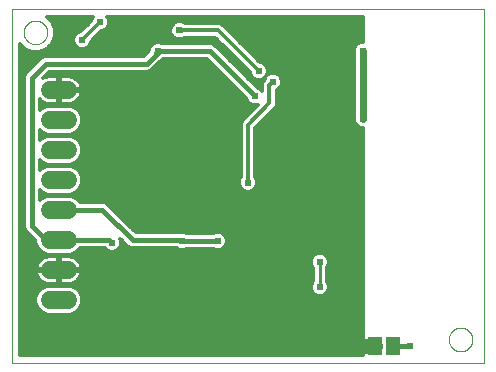
<source format=gbl>
G75*
%MOIN*%
%OFA0B0*%
%FSLAX25Y25*%
%IPPOS*%
%LPD*%
%AMOC8*
5,1,8,0,0,1.08239X$1,22.5*
%
%ADD10C,0.00000*%
%ADD11C,0.06000*%
%ADD12R,0.04600X0.06300*%
%ADD13C,0.02400*%
%ADD14C,0.01200*%
%ADD15C,0.01000*%
%ADD16C,0.05000*%
%ADD17C,0.02400*%
%ADD18C,0.01600*%
D10*
X0001600Y0001600D02*
X0001600Y0119710D01*
X0159080Y0119710D01*
X0159080Y0001600D01*
X0001600Y0001600D01*
X0005537Y0111836D02*
X0005539Y0111961D01*
X0005545Y0112086D01*
X0005555Y0112210D01*
X0005569Y0112334D01*
X0005586Y0112458D01*
X0005608Y0112581D01*
X0005634Y0112703D01*
X0005663Y0112825D01*
X0005696Y0112945D01*
X0005734Y0113064D01*
X0005774Y0113183D01*
X0005819Y0113299D01*
X0005867Y0113414D01*
X0005919Y0113528D01*
X0005975Y0113640D01*
X0006034Y0113750D01*
X0006096Y0113858D01*
X0006162Y0113965D01*
X0006231Y0114069D01*
X0006304Y0114170D01*
X0006379Y0114270D01*
X0006458Y0114367D01*
X0006540Y0114461D01*
X0006625Y0114553D01*
X0006712Y0114642D01*
X0006803Y0114728D01*
X0006896Y0114811D01*
X0006992Y0114892D01*
X0007090Y0114969D01*
X0007190Y0115043D01*
X0007293Y0115114D01*
X0007398Y0115181D01*
X0007506Y0115246D01*
X0007615Y0115306D01*
X0007726Y0115364D01*
X0007839Y0115417D01*
X0007953Y0115467D01*
X0008069Y0115514D01*
X0008186Y0115556D01*
X0008305Y0115595D01*
X0008425Y0115631D01*
X0008546Y0115662D01*
X0008668Y0115690D01*
X0008790Y0115713D01*
X0008914Y0115733D01*
X0009038Y0115749D01*
X0009162Y0115761D01*
X0009287Y0115769D01*
X0009412Y0115773D01*
X0009536Y0115773D01*
X0009661Y0115769D01*
X0009786Y0115761D01*
X0009910Y0115749D01*
X0010034Y0115733D01*
X0010158Y0115713D01*
X0010280Y0115690D01*
X0010402Y0115662D01*
X0010523Y0115631D01*
X0010643Y0115595D01*
X0010762Y0115556D01*
X0010879Y0115514D01*
X0010995Y0115467D01*
X0011109Y0115417D01*
X0011222Y0115364D01*
X0011333Y0115306D01*
X0011443Y0115246D01*
X0011550Y0115181D01*
X0011655Y0115114D01*
X0011758Y0115043D01*
X0011858Y0114969D01*
X0011956Y0114892D01*
X0012052Y0114811D01*
X0012145Y0114728D01*
X0012236Y0114642D01*
X0012323Y0114553D01*
X0012408Y0114461D01*
X0012490Y0114367D01*
X0012569Y0114270D01*
X0012644Y0114170D01*
X0012717Y0114069D01*
X0012786Y0113965D01*
X0012852Y0113858D01*
X0012914Y0113750D01*
X0012973Y0113640D01*
X0013029Y0113528D01*
X0013081Y0113414D01*
X0013129Y0113299D01*
X0013174Y0113183D01*
X0013214Y0113064D01*
X0013252Y0112945D01*
X0013285Y0112825D01*
X0013314Y0112703D01*
X0013340Y0112581D01*
X0013362Y0112458D01*
X0013379Y0112334D01*
X0013393Y0112210D01*
X0013403Y0112086D01*
X0013409Y0111961D01*
X0013411Y0111836D01*
X0013409Y0111711D01*
X0013403Y0111586D01*
X0013393Y0111462D01*
X0013379Y0111338D01*
X0013362Y0111214D01*
X0013340Y0111091D01*
X0013314Y0110969D01*
X0013285Y0110847D01*
X0013252Y0110727D01*
X0013214Y0110608D01*
X0013174Y0110489D01*
X0013129Y0110373D01*
X0013081Y0110258D01*
X0013029Y0110144D01*
X0012973Y0110032D01*
X0012914Y0109922D01*
X0012852Y0109814D01*
X0012786Y0109707D01*
X0012717Y0109603D01*
X0012644Y0109502D01*
X0012569Y0109402D01*
X0012490Y0109305D01*
X0012408Y0109211D01*
X0012323Y0109119D01*
X0012236Y0109030D01*
X0012145Y0108944D01*
X0012052Y0108861D01*
X0011956Y0108780D01*
X0011858Y0108703D01*
X0011758Y0108629D01*
X0011655Y0108558D01*
X0011550Y0108491D01*
X0011442Y0108426D01*
X0011333Y0108366D01*
X0011222Y0108308D01*
X0011109Y0108255D01*
X0010995Y0108205D01*
X0010879Y0108158D01*
X0010762Y0108116D01*
X0010643Y0108077D01*
X0010523Y0108041D01*
X0010402Y0108010D01*
X0010280Y0107982D01*
X0010158Y0107959D01*
X0010034Y0107939D01*
X0009910Y0107923D01*
X0009786Y0107911D01*
X0009661Y0107903D01*
X0009536Y0107899D01*
X0009412Y0107899D01*
X0009287Y0107903D01*
X0009162Y0107911D01*
X0009038Y0107923D01*
X0008914Y0107939D01*
X0008790Y0107959D01*
X0008668Y0107982D01*
X0008546Y0108010D01*
X0008425Y0108041D01*
X0008305Y0108077D01*
X0008186Y0108116D01*
X0008069Y0108158D01*
X0007953Y0108205D01*
X0007839Y0108255D01*
X0007726Y0108308D01*
X0007615Y0108366D01*
X0007505Y0108426D01*
X0007398Y0108491D01*
X0007293Y0108558D01*
X0007190Y0108629D01*
X0007090Y0108703D01*
X0006992Y0108780D01*
X0006896Y0108861D01*
X0006803Y0108944D01*
X0006712Y0109030D01*
X0006625Y0109119D01*
X0006540Y0109211D01*
X0006458Y0109305D01*
X0006379Y0109402D01*
X0006304Y0109502D01*
X0006231Y0109603D01*
X0006162Y0109707D01*
X0006096Y0109814D01*
X0006034Y0109922D01*
X0005975Y0110032D01*
X0005919Y0110144D01*
X0005867Y0110258D01*
X0005819Y0110373D01*
X0005774Y0110489D01*
X0005734Y0110608D01*
X0005696Y0110727D01*
X0005663Y0110847D01*
X0005634Y0110969D01*
X0005608Y0111091D01*
X0005586Y0111214D01*
X0005569Y0111338D01*
X0005555Y0111462D01*
X0005545Y0111586D01*
X0005539Y0111711D01*
X0005537Y0111836D01*
X0147269Y0009474D02*
X0147271Y0009599D01*
X0147277Y0009724D01*
X0147287Y0009848D01*
X0147301Y0009972D01*
X0147318Y0010096D01*
X0147340Y0010219D01*
X0147366Y0010341D01*
X0147395Y0010463D01*
X0147428Y0010583D01*
X0147466Y0010702D01*
X0147506Y0010821D01*
X0147551Y0010937D01*
X0147599Y0011052D01*
X0147651Y0011166D01*
X0147707Y0011278D01*
X0147766Y0011388D01*
X0147828Y0011496D01*
X0147894Y0011603D01*
X0147963Y0011707D01*
X0148036Y0011808D01*
X0148111Y0011908D01*
X0148190Y0012005D01*
X0148272Y0012099D01*
X0148357Y0012191D01*
X0148444Y0012280D01*
X0148535Y0012366D01*
X0148628Y0012449D01*
X0148724Y0012530D01*
X0148822Y0012607D01*
X0148922Y0012681D01*
X0149025Y0012752D01*
X0149130Y0012819D01*
X0149238Y0012884D01*
X0149347Y0012944D01*
X0149458Y0013002D01*
X0149571Y0013055D01*
X0149685Y0013105D01*
X0149801Y0013152D01*
X0149918Y0013194D01*
X0150037Y0013233D01*
X0150157Y0013269D01*
X0150278Y0013300D01*
X0150400Y0013328D01*
X0150522Y0013351D01*
X0150646Y0013371D01*
X0150770Y0013387D01*
X0150894Y0013399D01*
X0151019Y0013407D01*
X0151144Y0013411D01*
X0151268Y0013411D01*
X0151393Y0013407D01*
X0151518Y0013399D01*
X0151642Y0013387D01*
X0151766Y0013371D01*
X0151890Y0013351D01*
X0152012Y0013328D01*
X0152134Y0013300D01*
X0152255Y0013269D01*
X0152375Y0013233D01*
X0152494Y0013194D01*
X0152611Y0013152D01*
X0152727Y0013105D01*
X0152841Y0013055D01*
X0152954Y0013002D01*
X0153065Y0012944D01*
X0153175Y0012884D01*
X0153282Y0012819D01*
X0153387Y0012752D01*
X0153490Y0012681D01*
X0153590Y0012607D01*
X0153688Y0012530D01*
X0153784Y0012449D01*
X0153877Y0012366D01*
X0153968Y0012280D01*
X0154055Y0012191D01*
X0154140Y0012099D01*
X0154222Y0012005D01*
X0154301Y0011908D01*
X0154376Y0011808D01*
X0154449Y0011707D01*
X0154518Y0011603D01*
X0154584Y0011496D01*
X0154646Y0011388D01*
X0154705Y0011278D01*
X0154761Y0011166D01*
X0154813Y0011052D01*
X0154861Y0010937D01*
X0154906Y0010821D01*
X0154946Y0010702D01*
X0154984Y0010583D01*
X0155017Y0010463D01*
X0155046Y0010341D01*
X0155072Y0010219D01*
X0155094Y0010096D01*
X0155111Y0009972D01*
X0155125Y0009848D01*
X0155135Y0009724D01*
X0155141Y0009599D01*
X0155143Y0009474D01*
X0155141Y0009349D01*
X0155135Y0009224D01*
X0155125Y0009100D01*
X0155111Y0008976D01*
X0155094Y0008852D01*
X0155072Y0008729D01*
X0155046Y0008607D01*
X0155017Y0008485D01*
X0154984Y0008365D01*
X0154946Y0008246D01*
X0154906Y0008127D01*
X0154861Y0008011D01*
X0154813Y0007896D01*
X0154761Y0007782D01*
X0154705Y0007670D01*
X0154646Y0007560D01*
X0154584Y0007452D01*
X0154518Y0007345D01*
X0154449Y0007241D01*
X0154376Y0007140D01*
X0154301Y0007040D01*
X0154222Y0006943D01*
X0154140Y0006849D01*
X0154055Y0006757D01*
X0153968Y0006668D01*
X0153877Y0006582D01*
X0153784Y0006499D01*
X0153688Y0006418D01*
X0153590Y0006341D01*
X0153490Y0006267D01*
X0153387Y0006196D01*
X0153282Y0006129D01*
X0153174Y0006064D01*
X0153065Y0006004D01*
X0152954Y0005946D01*
X0152841Y0005893D01*
X0152727Y0005843D01*
X0152611Y0005796D01*
X0152494Y0005754D01*
X0152375Y0005715D01*
X0152255Y0005679D01*
X0152134Y0005648D01*
X0152012Y0005620D01*
X0151890Y0005597D01*
X0151766Y0005577D01*
X0151642Y0005561D01*
X0151518Y0005549D01*
X0151393Y0005541D01*
X0151268Y0005537D01*
X0151144Y0005537D01*
X0151019Y0005541D01*
X0150894Y0005549D01*
X0150770Y0005561D01*
X0150646Y0005577D01*
X0150522Y0005597D01*
X0150400Y0005620D01*
X0150278Y0005648D01*
X0150157Y0005679D01*
X0150037Y0005715D01*
X0149918Y0005754D01*
X0149801Y0005796D01*
X0149685Y0005843D01*
X0149571Y0005893D01*
X0149458Y0005946D01*
X0149347Y0006004D01*
X0149237Y0006064D01*
X0149130Y0006129D01*
X0149025Y0006196D01*
X0148922Y0006267D01*
X0148822Y0006341D01*
X0148724Y0006418D01*
X0148628Y0006499D01*
X0148535Y0006582D01*
X0148444Y0006668D01*
X0148357Y0006757D01*
X0148272Y0006849D01*
X0148190Y0006943D01*
X0148111Y0007040D01*
X0148036Y0007140D01*
X0147963Y0007241D01*
X0147894Y0007345D01*
X0147828Y0007452D01*
X0147766Y0007560D01*
X0147707Y0007670D01*
X0147651Y0007782D01*
X0147599Y0007896D01*
X0147551Y0008011D01*
X0147506Y0008127D01*
X0147466Y0008246D01*
X0147428Y0008365D01*
X0147395Y0008485D01*
X0147366Y0008607D01*
X0147340Y0008729D01*
X0147318Y0008852D01*
X0147301Y0008976D01*
X0147287Y0009100D01*
X0147277Y0009224D01*
X0147271Y0009349D01*
X0147269Y0009474D01*
D11*
X0020274Y0022589D02*
X0014274Y0022589D01*
X0014274Y0032589D02*
X0020274Y0032589D01*
X0020274Y0042589D02*
X0014274Y0042589D01*
X0014274Y0052589D02*
X0020274Y0052589D01*
X0020274Y0062589D02*
X0014274Y0062589D01*
X0014274Y0072589D02*
X0020274Y0072589D01*
X0020274Y0082589D02*
X0014274Y0082589D01*
X0014274Y0092589D02*
X0020274Y0092589D01*
D12*
X0122537Y0007407D03*
X0128537Y0007407D03*
D13*
X0134374Y0007289D03*
X0104274Y0026989D03*
X0104274Y0035389D03*
X0101974Y0042289D03*
X0080274Y0061789D03*
X0089474Y0074789D03*
X0096974Y0074789D03*
X0106974Y0072989D03*
X0118674Y0082978D03*
X0112174Y0101478D03*
X0118674Y0105778D03*
X0116974Y0114789D03*
X0099474Y0114789D03*
X0089474Y0114789D03*
X0079474Y0114789D03*
X0068674Y0109389D03*
X0057474Y0112489D03*
X0050274Y0105589D03*
X0039974Y0106689D03*
X0031574Y0106689D03*
X0025074Y0109189D03*
X0020374Y0104889D03*
X0006674Y0102289D03*
X0028074Y0092889D03*
X0028074Y0084589D03*
X0028174Y0076689D03*
X0045474Y0076689D03*
X0043674Y0093589D03*
X0065274Y0095389D03*
X0082674Y0090589D03*
X0088674Y0095389D03*
X0083874Y0098989D03*
X0094374Y0103278D03*
X0031074Y0115189D03*
X0035024Y0041739D03*
X0037474Y0030889D03*
X0044674Y0030889D03*
X0058474Y0042289D03*
X0070174Y0042289D03*
X0073074Y0031789D03*
X0073074Y0025789D03*
X0065874Y0025789D03*
X0053474Y0015889D03*
X0041474Y0015889D03*
X0036674Y0011089D03*
X0007874Y0013489D03*
X0007874Y0007489D03*
D14*
X0004200Y0007767D02*
X0118674Y0007767D01*
X0118674Y0007957D02*
X0118674Y0006857D01*
X0118637Y0006857D01*
X0118637Y0004200D01*
X0004200Y0004200D01*
X0004200Y0107866D01*
X0005771Y0106294D01*
X0008174Y0105299D01*
X0010774Y0105299D01*
X0013177Y0106294D01*
X0015016Y0108133D01*
X0016011Y0110536D01*
X0016011Y0113137D01*
X0015016Y0115539D01*
X0013445Y0117110D01*
X0028753Y0117110D01*
X0028531Y0116888D01*
X0028074Y0115786D01*
X0028074Y0115583D01*
X0024680Y0112189D01*
X0024477Y0112189D01*
X0023375Y0111732D01*
X0022531Y0110888D01*
X0022074Y0109786D01*
X0022074Y0108592D01*
X0022531Y0107490D01*
X0023375Y0106646D01*
X0024477Y0106189D01*
X0025671Y0106189D01*
X0026773Y0106646D01*
X0027617Y0107490D01*
X0028074Y0108592D01*
X0028074Y0108795D01*
X0031468Y0112189D01*
X0031671Y0112189D01*
X0032773Y0112646D01*
X0033617Y0113490D01*
X0034074Y0114592D01*
X0034074Y0115786D01*
X0033617Y0116888D01*
X0033395Y0117110D01*
X0118674Y0117110D01*
X0118674Y0108778D01*
X0118077Y0108778D01*
X0116975Y0108321D01*
X0116131Y0107477D01*
X0115674Y0106375D01*
X0115674Y0082381D01*
X0116131Y0081279D01*
X0116975Y0080435D01*
X0118077Y0079978D01*
X0118674Y0079978D01*
X0118674Y0010906D01*
X0118637Y0010768D01*
X0118637Y0007957D01*
X0118674Y0007957D01*
X0118637Y0008965D02*
X0004200Y0008965D01*
X0004200Y0010164D02*
X0118637Y0010164D01*
X0118674Y0011362D02*
X0004200Y0011362D01*
X0004200Y0012561D02*
X0118674Y0012561D01*
X0118674Y0013759D02*
X0004200Y0013759D01*
X0004200Y0014958D02*
X0118674Y0014958D01*
X0118674Y0016156D02*
X0004200Y0016156D01*
X0004200Y0017355D02*
X0118674Y0017355D01*
X0118674Y0018553D02*
X0023027Y0018553D01*
X0022993Y0018520D02*
X0024343Y0019870D01*
X0025074Y0021634D01*
X0025074Y0023544D01*
X0024343Y0025308D01*
X0022993Y0026658D01*
X0021229Y0027389D01*
X0013319Y0027389D01*
X0011555Y0026658D01*
X0010205Y0025308D01*
X0009474Y0023544D01*
X0009474Y0021634D01*
X0010205Y0019870D01*
X0011555Y0018520D01*
X0013319Y0017789D01*
X0021229Y0017789D01*
X0022993Y0018520D01*
X0024225Y0019752D02*
X0118674Y0019752D01*
X0118674Y0020950D02*
X0024791Y0020950D01*
X0025074Y0022149D02*
X0118674Y0022149D01*
X0118674Y0023347D02*
X0025074Y0023347D01*
X0024659Y0024546D02*
X0102475Y0024546D01*
X0102575Y0024446D02*
X0103677Y0023989D01*
X0104871Y0023989D01*
X0105973Y0024446D01*
X0106817Y0025290D01*
X0107274Y0026392D01*
X0107274Y0027586D01*
X0106817Y0028688D01*
X0106574Y0028932D01*
X0106574Y0033446D01*
X0106817Y0033690D01*
X0107274Y0034792D01*
X0107274Y0035986D01*
X0106817Y0037088D01*
X0105973Y0037932D01*
X0104871Y0038389D01*
X0103677Y0038389D01*
X0102575Y0037932D01*
X0101731Y0037088D01*
X0101274Y0035986D01*
X0101274Y0034792D01*
X0101731Y0033690D01*
X0101974Y0033446D01*
X0101974Y0028932D01*
X0101731Y0028688D01*
X0101274Y0027586D01*
X0101274Y0026392D01*
X0101731Y0025290D01*
X0102575Y0024446D01*
X0101542Y0025744D02*
X0023907Y0025744D01*
X0022306Y0026943D02*
X0101274Y0026943D01*
X0101504Y0028141D02*
X0021472Y0028141D01*
X0021351Y0028102D02*
X0022040Y0028326D01*
X0022685Y0028655D01*
X0023271Y0029080D01*
X0023783Y0029592D01*
X0024208Y0030178D01*
X0024537Y0030823D01*
X0024761Y0031512D01*
X0024868Y0032189D01*
X0017674Y0032189D01*
X0017674Y0032989D01*
X0016874Y0032989D01*
X0016874Y0037189D01*
X0013912Y0037189D01*
X0013197Y0037076D01*
X0012508Y0036852D01*
X0011863Y0036523D01*
X0011277Y0036098D01*
X0010765Y0035586D01*
X0010340Y0035000D01*
X0010011Y0034355D01*
X0009787Y0033666D01*
X0009680Y0032989D01*
X0016874Y0032989D01*
X0016874Y0032189D01*
X0009680Y0032189D01*
X0009787Y0031512D01*
X0010011Y0030823D01*
X0010340Y0030178D01*
X0010765Y0029592D01*
X0011277Y0029080D01*
X0011863Y0028655D01*
X0012508Y0028326D01*
X0013197Y0028102D01*
X0013912Y0027989D01*
X0016874Y0027989D01*
X0016874Y0032189D01*
X0017674Y0032189D01*
X0017674Y0027989D01*
X0020636Y0027989D01*
X0021351Y0028102D01*
X0023530Y0029340D02*
X0101974Y0029340D01*
X0101974Y0030538D02*
X0024392Y0030538D01*
X0024796Y0031737D02*
X0101974Y0031737D01*
X0101974Y0032935D02*
X0017674Y0032935D01*
X0017674Y0032989D02*
X0024868Y0032989D01*
X0024761Y0033666D01*
X0024537Y0034355D01*
X0024208Y0035000D01*
X0023783Y0035586D01*
X0023271Y0036098D01*
X0022685Y0036523D01*
X0022040Y0036852D01*
X0021351Y0037076D01*
X0020636Y0037189D01*
X0017674Y0037189D01*
X0017674Y0032989D01*
X0016874Y0032935D02*
X0004200Y0032935D01*
X0004200Y0031737D02*
X0009752Y0031737D01*
X0010156Y0030538D02*
X0004200Y0030538D01*
X0004200Y0029340D02*
X0011018Y0029340D01*
X0013077Y0028141D02*
X0004200Y0028141D01*
X0004200Y0026943D02*
X0012242Y0026943D01*
X0010641Y0025744D02*
X0004200Y0025744D01*
X0004200Y0024546D02*
X0009889Y0024546D01*
X0009474Y0023347D02*
X0004200Y0023347D01*
X0004200Y0022149D02*
X0009474Y0022149D01*
X0009757Y0020950D02*
X0004200Y0020950D01*
X0004200Y0019752D02*
X0010323Y0019752D01*
X0011522Y0018553D02*
X0004200Y0018553D01*
X0016874Y0028141D02*
X0017674Y0028141D01*
X0017674Y0029340D02*
X0016874Y0029340D01*
X0016874Y0030538D02*
X0017674Y0030538D01*
X0017674Y0031737D02*
X0016874Y0031737D01*
X0016874Y0034134D02*
X0017674Y0034134D01*
X0017674Y0035332D02*
X0016874Y0035332D01*
X0016874Y0036531D02*
X0017674Y0036531D01*
X0021229Y0037789D02*
X0013319Y0037789D01*
X0011555Y0038520D01*
X0010205Y0039870D01*
X0009474Y0041634D01*
X0009474Y0042512D01*
X0006070Y0045916D01*
X0005674Y0046872D01*
X0005674Y0097106D01*
X0006070Y0098062D01*
X0010870Y0102862D01*
X0011601Y0103593D01*
X0012557Y0103989D01*
X0045597Y0103989D01*
X0047074Y0105466D01*
X0047074Y0105506D01*
X0047274Y0105989D01*
X0047274Y0106186D01*
X0047731Y0107288D01*
X0048575Y0108132D01*
X0049677Y0108589D01*
X0050871Y0108589D01*
X0051836Y0108189D01*
X0068191Y0108189D01*
X0069147Y0107793D01*
X0069878Y0107062D01*
X0083408Y0093532D01*
X0084373Y0093132D01*
X0085074Y0092432D01*
X0085074Y0094666D01*
X0085439Y0095548D01*
X0085674Y0095783D01*
X0085674Y0095986D01*
X0086070Y0096943D01*
X0085573Y0096446D01*
X0084471Y0095989D01*
X0083277Y0095989D01*
X0082175Y0096446D01*
X0081331Y0097290D01*
X0080874Y0098392D01*
X0080874Y0098595D01*
X0069380Y0110089D01*
X0059317Y0110089D01*
X0059173Y0109946D01*
X0058071Y0109489D01*
X0056877Y0109489D01*
X0055775Y0109946D01*
X0054931Y0110790D01*
X0054474Y0111892D01*
X0054474Y0113086D01*
X0054931Y0114188D01*
X0055775Y0115032D01*
X0056877Y0115489D01*
X0058071Y0115489D01*
X0059173Y0115032D01*
X0059317Y0114889D01*
X0070851Y0114889D01*
X0071734Y0114524D01*
X0084268Y0101989D01*
X0084471Y0101989D01*
X0085573Y0101532D01*
X0086417Y0100688D01*
X0086874Y0099586D01*
X0086874Y0098392D01*
X0086478Y0097435D01*
X0086975Y0097932D01*
X0088077Y0098389D01*
X0089271Y0098389D01*
X0090373Y0097932D01*
X0091217Y0097088D01*
X0091674Y0095986D01*
X0091674Y0094792D01*
X0091217Y0093690D01*
X0090373Y0092846D01*
X0089874Y0092639D01*
X0089874Y0087712D01*
X0089509Y0086829D01*
X0082674Y0079995D01*
X0082674Y0063632D01*
X0082817Y0063488D01*
X0083274Y0062386D01*
X0083274Y0061192D01*
X0082817Y0060090D01*
X0081973Y0059246D01*
X0080871Y0058789D01*
X0079677Y0058789D01*
X0078575Y0059246D01*
X0077731Y0060090D01*
X0077274Y0061192D01*
X0077274Y0062386D01*
X0077731Y0063488D01*
X0077874Y0063632D01*
X0077874Y0081466D01*
X0078239Y0082348D01*
X0078915Y0083024D01*
X0083628Y0087737D01*
X0083271Y0087589D01*
X0082077Y0087589D01*
X0080975Y0088046D01*
X0080131Y0088890D01*
X0079731Y0089855D01*
X0066597Y0102989D01*
X0051951Y0102989D01*
X0051747Y0102785D01*
X0048147Y0099185D01*
X0047191Y0098789D01*
X0014151Y0098789D01*
X0011908Y0096546D01*
X0012508Y0096852D01*
X0013197Y0097076D01*
X0013912Y0097189D01*
X0016874Y0097189D01*
X0016874Y0092989D01*
X0017674Y0092989D01*
X0017674Y0097189D01*
X0020636Y0097189D01*
X0021351Y0097076D01*
X0022040Y0096852D01*
X0022685Y0096523D01*
X0023271Y0096098D01*
X0023783Y0095586D01*
X0024208Y0095000D01*
X0024537Y0094355D01*
X0024761Y0093666D01*
X0024868Y0092989D01*
X0017674Y0092989D01*
X0017674Y0092189D01*
X0024868Y0092189D01*
X0024761Y0091512D01*
X0024537Y0090823D01*
X0024208Y0090178D01*
X0023783Y0089592D01*
X0023271Y0089080D01*
X0022685Y0088655D01*
X0022040Y0088326D01*
X0021351Y0088102D01*
X0020636Y0087989D01*
X0017674Y0087989D01*
X0017674Y0092189D01*
X0016874Y0092189D01*
X0016874Y0087989D01*
X0013912Y0087989D01*
X0013197Y0088102D01*
X0012508Y0088326D01*
X0011863Y0088655D01*
X0011277Y0089080D01*
X0010874Y0089484D01*
X0010874Y0085977D01*
X0011555Y0086658D01*
X0013319Y0087389D01*
X0021229Y0087389D01*
X0022993Y0086658D01*
X0024343Y0085308D01*
X0025074Y0083544D01*
X0025074Y0081634D01*
X0024343Y0079870D01*
X0022993Y0078520D01*
X0021229Y0077789D01*
X0013319Y0077789D01*
X0011555Y0078520D01*
X0010874Y0079201D01*
X0010874Y0075977D01*
X0011555Y0076658D01*
X0013319Y0077389D01*
X0021229Y0077389D01*
X0022993Y0076658D01*
X0024343Y0075308D01*
X0025074Y0073544D01*
X0025074Y0071634D01*
X0024343Y0069870D01*
X0022993Y0068520D01*
X0021229Y0067789D01*
X0013319Y0067789D01*
X0011555Y0068520D01*
X0010874Y0069201D01*
X0010874Y0065977D01*
X0011555Y0066658D01*
X0013319Y0067389D01*
X0021229Y0067389D01*
X0022993Y0066658D01*
X0024343Y0065308D01*
X0025074Y0063544D01*
X0025074Y0061634D01*
X0024343Y0059870D01*
X0022993Y0058520D01*
X0021229Y0057789D01*
X0013319Y0057789D01*
X0011555Y0058520D01*
X0010874Y0059201D01*
X0010874Y0055977D01*
X0011555Y0056658D01*
X0013319Y0057389D01*
X0021229Y0057389D01*
X0022993Y0056658D01*
X0024270Y0055381D01*
X0032199Y0055381D01*
X0033155Y0054985D01*
X0042951Y0045189D01*
X0057636Y0045189D01*
X0057877Y0045289D01*
X0059071Y0045289D01*
X0060036Y0044889D01*
X0066557Y0044889D01*
X0068612Y0044889D01*
X0069577Y0045289D01*
X0070771Y0045289D01*
X0071873Y0044832D01*
X0072717Y0043988D01*
X0073174Y0042886D01*
X0073174Y0041692D01*
X0072717Y0040590D01*
X0071873Y0039746D01*
X0070771Y0039289D01*
X0069577Y0039289D01*
X0068612Y0039689D01*
X0060036Y0039689D01*
X0059071Y0039289D01*
X0057877Y0039289D01*
X0056775Y0039746D01*
X0056531Y0039989D01*
X0041357Y0039989D01*
X0040401Y0040385D01*
X0039670Y0041116D01*
X0037723Y0043064D01*
X0038024Y0042336D01*
X0038024Y0041142D01*
X0037567Y0040040D01*
X0036723Y0039196D01*
X0035621Y0038739D01*
X0034427Y0038739D01*
X0033325Y0039196D01*
X0032531Y0039989D01*
X0024393Y0039989D01*
X0024343Y0039870D01*
X0022993Y0038520D01*
X0021229Y0037789D01*
X0022670Y0036531D02*
X0101500Y0036531D01*
X0101274Y0035332D02*
X0023967Y0035332D01*
X0024609Y0034134D02*
X0101547Y0034134D01*
X0102372Y0037729D02*
X0004200Y0037729D01*
X0004200Y0036531D02*
X0011878Y0036531D01*
X0010581Y0035332D02*
X0004200Y0035332D01*
X0004200Y0034134D02*
X0009939Y0034134D01*
X0011147Y0038928D02*
X0004200Y0038928D01*
X0004200Y0040126D02*
X0010099Y0040126D01*
X0009602Y0041325D02*
X0004200Y0041325D01*
X0004200Y0042523D02*
X0009463Y0042523D01*
X0008264Y0043722D02*
X0004200Y0043722D01*
X0004200Y0044920D02*
X0007066Y0044920D01*
X0005986Y0046119D02*
X0004200Y0046119D01*
X0004200Y0047318D02*
X0005674Y0047318D01*
X0005674Y0048516D02*
X0004200Y0048516D01*
X0004200Y0049715D02*
X0005674Y0049715D01*
X0005674Y0050913D02*
X0004200Y0050913D01*
X0004200Y0052112D02*
X0005674Y0052112D01*
X0005674Y0053310D02*
X0004200Y0053310D01*
X0004200Y0054509D02*
X0005674Y0054509D01*
X0005674Y0055707D02*
X0004200Y0055707D01*
X0004200Y0056906D02*
X0005674Y0056906D01*
X0005674Y0058104D02*
X0004200Y0058104D01*
X0004200Y0059303D02*
X0005674Y0059303D01*
X0005674Y0060501D02*
X0004200Y0060501D01*
X0004200Y0061700D02*
X0005674Y0061700D01*
X0005674Y0062898D02*
X0004200Y0062898D01*
X0004200Y0064097D02*
X0005674Y0064097D01*
X0005674Y0065295D02*
X0004200Y0065295D01*
X0004200Y0066494D02*
X0005674Y0066494D01*
X0005674Y0067692D02*
X0004200Y0067692D01*
X0004200Y0068891D02*
X0005674Y0068891D01*
X0005674Y0070089D02*
X0004200Y0070089D01*
X0004200Y0071288D02*
X0005674Y0071288D01*
X0005674Y0072486D02*
X0004200Y0072486D01*
X0004200Y0073685D02*
X0005674Y0073685D01*
X0005674Y0074883D02*
X0004200Y0074883D01*
X0004200Y0076082D02*
X0005674Y0076082D01*
X0005674Y0077280D02*
X0004200Y0077280D01*
X0004200Y0078479D02*
X0005674Y0078479D01*
X0005674Y0079677D02*
X0004200Y0079677D01*
X0004200Y0080876D02*
X0005674Y0080876D01*
X0005674Y0082074D02*
X0004200Y0082074D01*
X0004200Y0083273D02*
X0005674Y0083273D01*
X0005674Y0084471D02*
X0004200Y0084471D01*
X0004200Y0085670D02*
X0005674Y0085670D01*
X0005674Y0086868D02*
X0004200Y0086868D01*
X0004200Y0088067D02*
X0005674Y0088067D01*
X0005674Y0089265D02*
X0004200Y0089265D01*
X0004200Y0090464D02*
X0005674Y0090464D01*
X0005674Y0091662D02*
X0004200Y0091662D01*
X0004200Y0092861D02*
X0005674Y0092861D01*
X0005674Y0094059D02*
X0004200Y0094059D01*
X0004200Y0095258D02*
X0005674Y0095258D01*
X0005674Y0096456D02*
X0004200Y0096456D01*
X0004200Y0097655D02*
X0005901Y0097655D01*
X0006862Y0098854D02*
X0004200Y0098854D01*
X0004200Y0100052D02*
X0008060Y0100052D01*
X0009259Y0101251D02*
X0004200Y0101251D01*
X0004200Y0102449D02*
X0010457Y0102449D01*
X0011733Y0103648D02*
X0004200Y0103648D01*
X0004200Y0104846D02*
X0046454Y0104846D01*
X0047274Y0106045D02*
X0012574Y0106045D01*
X0014126Y0107243D02*
X0022777Y0107243D01*
X0022136Y0108442D02*
X0015144Y0108442D01*
X0015640Y0109640D02*
X0022074Y0109640D01*
X0022510Y0110839D02*
X0016011Y0110839D01*
X0016011Y0112037D02*
X0024111Y0112037D01*
X0025727Y0113236D02*
X0015970Y0113236D01*
X0015474Y0114434D02*
X0026925Y0114434D01*
X0028074Y0115633D02*
X0014922Y0115633D01*
X0013724Y0116831D02*
X0028507Y0116831D01*
X0031074Y0115189D02*
X0025074Y0109189D01*
X0027371Y0107243D02*
X0047712Y0107243D01*
X0049321Y0108442D02*
X0028012Y0108442D01*
X0028919Y0109640D02*
X0056512Y0109640D01*
X0058436Y0109640D02*
X0069829Y0109640D01*
X0071027Y0108442D02*
X0051227Y0108442D01*
X0054910Y0110839D02*
X0030118Y0110839D01*
X0031316Y0112037D02*
X0054474Y0112037D01*
X0054536Y0113236D02*
X0033363Y0113236D01*
X0034009Y0114434D02*
X0055177Y0114434D01*
X0057474Y0112489D02*
X0069474Y0112489D01*
X0070374Y0112489D01*
X0083874Y0098989D01*
X0086569Y0097655D02*
X0086697Y0097655D01*
X0086874Y0098854D02*
X0115674Y0098854D01*
X0115674Y0100052D02*
X0086681Y0100052D01*
X0085855Y0101251D02*
X0115674Y0101251D01*
X0115674Y0102449D02*
X0083808Y0102449D01*
X0082610Y0103648D02*
X0115674Y0103648D01*
X0115674Y0104846D02*
X0081411Y0104846D01*
X0080213Y0106045D02*
X0115674Y0106045D01*
X0116034Y0107243D02*
X0079014Y0107243D01*
X0077815Y0108442D02*
X0117265Y0108442D01*
X0118674Y0109640D02*
X0076617Y0109640D01*
X0075418Y0110839D02*
X0118674Y0110839D01*
X0118674Y0112037D02*
X0074220Y0112037D01*
X0073021Y0113236D02*
X0118674Y0113236D01*
X0118674Y0114434D02*
X0071823Y0114434D01*
X0072226Y0107243D02*
X0069697Y0107243D01*
X0070895Y0106045D02*
X0073424Y0106045D01*
X0074623Y0104846D02*
X0072094Y0104846D01*
X0073292Y0103648D02*
X0075821Y0103648D01*
X0077020Y0102449D02*
X0074491Y0102449D01*
X0075689Y0101251D02*
X0078218Y0101251D01*
X0079417Y0100052D02*
X0076888Y0100052D01*
X0078086Y0098854D02*
X0080615Y0098854D01*
X0081179Y0097655D02*
X0079285Y0097655D01*
X0080483Y0096456D02*
X0082164Y0096456D01*
X0081682Y0095258D02*
X0085319Y0095258D01*
X0085074Y0094059D02*
X0082880Y0094059D01*
X0084645Y0092861D02*
X0085074Y0092861D01*
X0087474Y0094189D02*
X0087474Y0088189D01*
X0080274Y0080989D01*
X0080274Y0061789D01*
X0083062Y0062898D02*
X0118674Y0062898D01*
X0118674Y0061700D02*
X0083274Y0061700D01*
X0082988Y0060501D02*
X0118674Y0060501D01*
X0118674Y0059303D02*
X0082030Y0059303D01*
X0078518Y0059303D02*
X0023776Y0059303D01*
X0024605Y0060501D02*
X0077560Y0060501D01*
X0077274Y0061700D02*
X0025074Y0061700D01*
X0025074Y0062898D02*
X0077486Y0062898D01*
X0077874Y0064097D02*
X0024845Y0064097D01*
X0024349Y0065295D02*
X0077874Y0065295D01*
X0077874Y0066494D02*
X0023157Y0066494D01*
X0023364Y0068891D02*
X0077874Y0068891D01*
X0077874Y0070089D02*
X0024434Y0070089D01*
X0024930Y0071288D02*
X0077874Y0071288D01*
X0077874Y0072486D02*
X0025074Y0072486D01*
X0025016Y0073685D02*
X0077874Y0073685D01*
X0077874Y0074883D02*
X0024519Y0074883D01*
X0023569Y0076082D02*
X0077874Y0076082D01*
X0077874Y0077280D02*
X0021491Y0077280D01*
X0022894Y0078479D02*
X0077874Y0078479D01*
X0077874Y0079677D02*
X0024151Y0079677D01*
X0024760Y0080876D02*
X0077874Y0080876D01*
X0078126Y0082074D02*
X0025074Y0082074D01*
X0025074Y0083273D02*
X0079164Y0083273D01*
X0080362Y0084471D02*
X0024690Y0084471D01*
X0023981Y0085670D02*
X0081561Y0085670D01*
X0082759Y0086868D02*
X0022486Y0086868D01*
X0021128Y0088067D02*
X0080953Y0088067D01*
X0079975Y0089265D02*
X0023456Y0089265D01*
X0024354Y0090464D02*
X0079122Y0090464D01*
X0077924Y0091662D02*
X0024785Y0091662D01*
X0024633Y0094059D02*
X0075527Y0094059D01*
X0076725Y0092861D02*
X0017674Y0092861D01*
X0017674Y0094059D02*
X0016874Y0094059D01*
X0016874Y0095258D02*
X0017674Y0095258D01*
X0017674Y0096456D02*
X0016874Y0096456D01*
X0013017Y0097655D02*
X0071931Y0097655D01*
X0070733Y0098854D02*
X0047347Y0098854D01*
X0049014Y0100052D02*
X0069534Y0100052D01*
X0068336Y0101251D02*
X0050213Y0101251D01*
X0051411Y0102449D02*
X0067137Y0102449D01*
X0073130Y0096456D02*
X0022777Y0096456D01*
X0024021Y0095258D02*
X0074328Y0095258D01*
X0085584Y0096456D02*
X0085869Y0096456D01*
X0087474Y0094189D02*
X0088674Y0095389D01*
X0091479Y0096456D02*
X0115674Y0096456D01*
X0115674Y0095258D02*
X0091674Y0095258D01*
X0091370Y0094059D02*
X0115674Y0094059D01*
X0115674Y0092861D02*
X0090389Y0092861D01*
X0089874Y0091662D02*
X0115674Y0091662D01*
X0115674Y0090464D02*
X0089874Y0090464D01*
X0089874Y0089265D02*
X0115674Y0089265D01*
X0115674Y0088067D02*
X0089874Y0088067D01*
X0089525Y0086868D02*
X0115674Y0086868D01*
X0115674Y0085670D02*
X0088349Y0085670D01*
X0087151Y0084471D02*
X0115674Y0084471D01*
X0115674Y0083273D02*
X0085952Y0083273D01*
X0084753Y0082074D02*
X0115801Y0082074D01*
X0116533Y0080876D02*
X0083555Y0080876D01*
X0082674Y0079677D02*
X0118674Y0079677D01*
X0118674Y0078479D02*
X0082674Y0078479D01*
X0082674Y0077280D02*
X0118674Y0077280D01*
X0118674Y0076082D02*
X0082674Y0076082D01*
X0082674Y0074883D02*
X0118674Y0074883D01*
X0118674Y0073685D02*
X0082674Y0073685D01*
X0082674Y0072486D02*
X0118674Y0072486D01*
X0118674Y0071288D02*
X0082674Y0071288D01*
X0082674Y0070089D02*
X0118674Y0070089D01*
X0118674Y0068891D02*
X0082674Y0068891D01*
X0082674Y0067692D02*
X0118674Y0067692D01*
X0118674Y0066494D02*
X0082674Y0066494D01*
X0082674Y0065295D02*
X0118674Y0065295D01*
X0118674Y0064097D02*
X0082674Y0064097D01*
X0077874Y0067692D02*
X0010874Y0067692D01*
X0010874Y0066494D02*
X0011391Y0066494D01*
X0011184Y0068891D02*
X0010874Y0068891D01*
X0010874Y0076082D02*
X0010979Y0076082D01*
X0010874Y0077280D02*
X0013057Y0077280D01*
X0011654Y0078479D02*
X0010874Y0078479D01*
X0010874Y0086868D02*
X0012062Y0086868D01*
X0010874Y0088067D02*
X0013420Y0088067D01*
X0011092Y0089265D02*
X0010874Y0089265D01*
X0016874Y0089265D02*
X0017674Y0089265D01*
X0017674Y0088067D02*
X0016874Y0088067D01*
X0016874Y0090464D02*
X0017674Y0090464D01*
X0017674Y0091662D02*
X0016874Y0091662D01*
X0006374Y0106045D02*
X0004200Y0106045D01*
X0004200Y0107243D02*
X0004822Y0107243D01*
X0033641Y0116831D02*
X0118674Y0116831D01*
X0118674Y0115633D02*
X0034074Y0115633D01*
X0090651Y0097655D02*
X0115674Y0097655D01*
X0118674Y0058104D02*
X0021990Y0058104D01*
X0022396Y0056906D02*
X0118674Y0056906D01*
X0118674Y0055707D02*
X0023944Y0055707D01*
X0033631Y0054509D02*
X0118674Y0054509D01*
X0118674Y0053310D02*
X0034830Y0053310D01*
X0036028Y0052112D02*
X0118674Y0052112D01*
X0118674Y0050913D02*
X0037227Y0050913D01*
X0038425Y0049715D02*
X0118674Y0049715D01*
X0118674Y0048516D02*
X0039624Y0048516D01*
X0040822Y0047318D02*
X0118674Y0047318D01*
X0118674Y0046119D02*
X0042021Y0046119D01*
X0038263Y0042523D02*
X0037946Y0042523D01*
X0038024Y0041325D02*
X0039461Y0041325D01*
X0041025Y0040126D02*
X0037603Y0040126D01*
X0036077Y0038928D02*
X0118674Y0038928D01*
X0118674Y0040126D02*
X0072254Y0040126D01*
X0073022Y0041325D02*
X0118674Y0041325D01*
X0118674Y0042523D02*
X0073174Y0042523D01*
X0072828Y0043722D02*
X0118674Y0043722D01*
X0118674Y0044920D02*
X0071660Y0044920D01*
X0068688Y0044920D02*
X0059960Y0044920D01*
X0033971Y0038928D02*
X0023401Y0038928D01*
X0017274Y0042589D02*
X0013074Y0042589D01*
X0012882Y0042781D01*
X0012152Y0056906D02*
X0010874Y0056906D01*
X0010874Y0058104D02*
X0012558Y0058104D01*
X0004200Y0006568D02*
X0118637Y0006568D01*
X0118637Y0005370D02*
X0004200Y0005370D01*
X0106073Y0024546D02*
X0118674Y0024546D01*
X0118674Y0025744D02*
X0107006Y0025744D01*
X0107274Y0026943D02*
X0118674Y0026943D01*
X0118674Y0028141D02*
X0107044Y0028141D01*
X0106574Y0029340D02*
X0118674Y0029340D01*
X0118674Y0030538D02*
X0106574Y0030538D01*
X0106574Y0031737D02*
X0118674Y0031737D01*
X0118674Y0032935D02*
X0106574Y0032935D01*
X0107001Y0034134D02*
X0118674Y0034134D01*
X0118674Y0035332D02*
X0107274Y0035332D01*
X0107048Y0036531D02*
X0118674Y0036531D01*
X0118674Y0037729D02*
X0106176Y0037729D01*
D15*
X0104274Y0035389D02*
X0104274Y0026989D01*
X0104474Y0042289D02*
X0101974Y0042289D01*
X0065274Y0095389D02*
X0063474Y0094189D01*
D16*
X0114474Y0007289D02*
X0122419Y0007289D01*
X0122537Y0007407D01*
D17*
X0118674Y0082978D02*
X0118674Y0105778D01*
D18*
X0082674Y0090589D02*
X0067674Y0105589D01*
X0063474Y0105589D01*
X0050274Y0105589D01*
X0050274Y0104989D01*
X0046674Y0101389D01*
X0013074Y0101389D01*
X0008274Y0096589D01*
X0008274Y0047389D01*
X0012882Y0042781D01*
X0017274Y0042589D02*
X0033790Y0042589D01*
X0033982Y0042781D01*
X0035024Y0041739D01*
X0033982Y0042781D01*
X0041874Y0042589D02*
X0058174Y0042589D01*
X0058474Y0042289D01*
X0066974Y0042289D01*
X0067074Y0042289D01*
X0070174Y0042289D01*
X0067074Y0042289D01*
X0070174Y0042289D01*
X0067074Y0042289D01*
X0070174Y0042289D01*
X0067074Y0042289D01*
X0066974Y0042289D02*
X0058474Y0042289D01*
X0041874Y0042589D02*
X0031682Y0052781D01*
X0026482Y0052781D01*
X0017466Y0052781D01*
X0017439Y0052779D01*
X0017412Y0052773D01*
X0017386Y0052764D01*
X0017362Y0052751D01*
X0017340Y0052734D01*
X0017321Y0052715D01*
X0017304Y0052693D01*
X0017291Y0052669D01*
X0017282Y0052643D01*
X0017276Y0052616D01*
X0017274Y0052589D01*
X0049674Y0104989D02*
X0050274Y0105589D01*
X0057474Y0112489D02*
X0058074Y0112489D01*
X0128537Y0007407D02*
X0131856Y0007407D01*
X0134374Y0007289D01*
M02*

</source>
